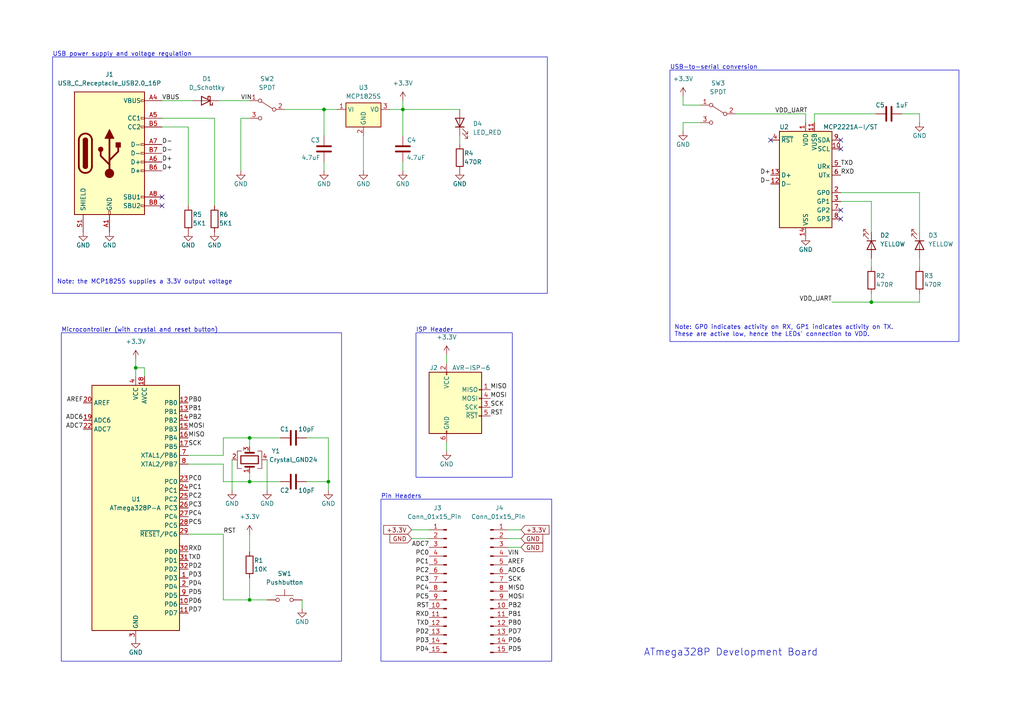
<source format=kicad_sch>
(kicad_sch (version 20230121) (generator eeschema)
  (paper "A4")
  (lib_symbols
    (symbol "Connector:AVR-ISP-6" (pin_names (offset 1.016))
      (property "Reference" "J" (at -6.35 11.43 0))
      (property "Value" "AVR-ISP-6" (at 0 11.43 0))
      (symbol "AVR-ISP-6_0_1"
        (rectangle (start -2.667 -6.858) (end -2.413 -7.62))
        (rectangle (start -2.667 10.16) (end -2.413 9.398))
        (rectangle (start 7.62 -2.413) (end 6.858 -2.667))
        (rectangle (start 7.62 0.127) (end 6.858 -0.127))
        (rectangle (start 7.62 2.667) (end 6.858 2.413))
        (rectangle (start 7.62 5.207) (end 6.858 4.953))
        (rectangle (start 7.62 10.16) (end -7.62 -7.62) (stroke (width 0.254)) (fill (type background)))
      )
      (symbol "AVR-ISP-6_1_1"
        (pin passive line (at 10.16 5.08 180) (length 2.54) (name "MISO") (number "1"))
        (pin passive line (at -2.54 12.7 270) (length 2.54) (name "VCC") (number "2"))
        (pin passive line (at 10.16 0 180) (length 2.54) (name "SCK") (number "3"))
        (pin passive line (at 10.16 2.54 180) (length 2.54) (name "MOSI") (number "4"))
        (pin passive line (at 10.16 -2.54 180) (length 2.54) (name "~{RST}") (number "5"))
        (pin passive line (at -2.54 -10.16 90) (length 2.54) (name "GND") (number "6"))
      )
    )
    (symbol "Connector:Conn_01x15_Pin" (pin_names (offset 1.016) hide)
      (property "Reference" "J" (at 0 20.32 0))
      (property "Value" "Conn_01x15_Pin" (at 0 -20.32 0))
      (symbol "Conn_01x15_Pin_1_1"
        (polyline (pts (xy 1.27 -17.78) (xy 0.8636 -17.78)) (stroke (width 0.1524)))
        (polyline (pts (xy 1.27 -15.24) (xy 0.8636 -15.24)) (stroke (width 0.1524)))
        (polyline (pts (xy 1.27 -12.7) (xy 0.8636 -12.7)) (stroke (width 0.1524)))
        (polyline (pts (xy 1.27 -10.16) (xy 0.8636 -10.16)) (stroke (width 0.1524)))
        (polyline (pts (xy 1.27 -7.62) (xy 0.8636 -7.62)) (stroke (width 0.1524)))
        (polyline (pts (xy 1.27 -5.08) (xy 0.8636 -5.08)) (stroke (width 0.1524)))
        (polyline (pts (xy 1.27 -2.54) (xy 0.8636 -2.54)) (stroke (width 0.1524)))
        (polyline (pts (xy 1.27 0) (xy 0.8636 0)) (stroke (width 0.1524)))
        (polyline (pts (xy 1.27 2.54) (xy 0.8636 2.54)) (stroke (width 0.1524)))
        (polyline (pts (xy 1.27 5.08) (xy 0.8636 5.08)) (stroke (width 0.1524)))
        (polyline (pts (xy 1.27 7.62) (xy 0.8636 7.62)) (stroke (width 0.1524)))
        (polyline (pts (xy 1.27 10.16) (xy 0.8636 10.16)) (stroke (width 0.1524)))
        (polyline (pts (xy 1.27 12.7) (xy 0.8636 12.7)) (stroke (width 0.1524)))
        (polyline (pts (xy 1.27 15.24) (xy 0.8636 15.24)) (stroke (width 0.1524)))
        (polyline (pts (xy 1.27 17.78) (xy 0.8636 17.78)) (stroke (width 0.1524)))
        (rectangle (start 0.8636 -17.653) (end 0 -17.907) (stroke (width 0.1524)) (fill (type outline)))
        (rectangle (start 0.8636 -15.113) (end 0 -15.367) (stroke (width 0.1524)) (fill (type outline)))
        (rectangle (start 0.8636 -12.573) (end 0 -12.827) (stroke (width 0.1524)) (fill (type outline)))
        (rectangle (start 0.8636 -10.033) (end 0 -10.287) (stroke (width 0.1524)) (fill (type outline)))
        (rectangle (start 0.8636 -7.493) (end 0 -7.747) (stroke (width 0.1524)) (fill (type outline)))
        (rectangle (start 0.8636 -4.953) (end 0 -5.207) (stroke (width 0.1524)) (fill (type outline)))
        (rectangle (start 0.8636 -2.413) (end 0 -2.667) (stroke (width 0.1524)) (fill (type outline)))
        (rectangle (start 0.8636 0.127) (end 0 -0.127) (stroke (width 0.1524)) (fill (type outline)))
        (rectangle (start 0.8636 2.667) (end 0 2.413) (stroke (width 0.1524)) (fill (type outline)))
        (rectangle (start 0.8636 5.207) (end 0 4.953) (stroke (width 0.1524)) (fill (type outline)))
        (rectangle (start 0.8636 7.747) (end 0 7.493) (stroke (width 0.1524)) (fill (type outline)))
        (rectangle (start 0.8636 10.287) (end 0 10.033) (stroke (width 0.1524)) (fill (type outline)))
        (rectangle (start 0.8636 12.827) (end 0 12.573) (stroke (width 0.1524)) (fill (type outline)))
        (rectangle (start 0.8636 15.367) (end 0 15.113) (stroke (width 0.1524)) (fill (type outline)))
        (rectangle (start 0.8636 17.907) (end 0 17.653) (stroke (width 0.1524)) (fill (type outline)))
        (pin passive line (at 5.08 17.78 180) (length 3.81) (name "Pin_1") (number "1"))
        (pin passive line (at 5.08 -5.08 180) (length 3.81) (name "Pin_10") (number "10"))
        (pin passive line (at 5.08 -7.62 180) (length 3.81) (name "Pin_11") (number "11"))
        (pin passive line (at 5.08 -10.16 180) (length 3.81) (name "Pin_12") (number "12"))
        (pin passive line (at 5.08 -12.7 180) (length 3.81) (name "Pin_13") (number "13"))
        (pin passive line (at 5.08 -15.24 180) (length 3.81) (name "Pin_14") (number "14"))
        (pin passive line (at 5.08 -17.78 180) (length 3.81) (name "Pin_15") (number "15"))
        (pin passive line (at 5.08 15.24 180) (length 3.81) (name "Pin_2") (number "2"))
        (pin passive line (at 5.08 12.7 180) (length 3.81) (name "Pin_3") (number "3"))
        (pin passive line (at 5.08 10.16 180) (length 3.81) (name "Pin_4") (number "4"))
        (pin passive line (at 5.08 7.62 180) (length 3.81) (name "Pin_5") (number "5"))
        (pin passive line (at 5.08 5.08 180) (length 3.81) (name "Pin_6") (number "6"))
        (pin passive line (at 5.08 2.54 180) (length 3.81) (name "Pin_7") (number "7"))
        (pin passive line (at 5.08 0 180) (length 3.81) (name "Pin_8") (number "8"))
        (pin passive line (at 5.08 -2.54 180) (length 3.81) (name "Pin_9") (number "9"))
      )
    )
    (symbol "Connector:USB_C_Receptacle_USB2.0_16P" (pin_names (offset 1.016))
      (property "Reference" "J" (at 0 22.225 0))
      (property "Value" "USB_C_Receptacle_USB2.0_16P" (at 0 19.685 0))
      (symbol "USB_C_Receptacle_USB2.0_16P_0_0"
        (rectangle (start -0.254 -17.78) (end 0.254 -16.764))
        (rectangle (start 10.16 -14.986) (end 9.144 -15.494))
        (rectangle (start 10.16 -12.446) (end 9.144 -12.954))
        (rectangle (start 10.16 -4.826) (end 9.144 -5.334))
        (rectangle (start 10.16 -2.286) (end 9.144 -2.794))
        (rectangle (start 10.16 0.254) (end 9.144 -0.254))
        (rectangle (start 10.16 2.794) (end 9.144 2.286))
        (rectangle (start 10.16 7.874) (end 9.144 7.366))
        (rectangle (start 10.16 10.414) (end 9.144 9.906))
        (rectangle (start 10.16 15.494) (end 9.144 14.986))
      )
      (symbol "USB_C_Receptacle_USB2.0_16P_0_1"
        (rectangle (start -10.16 17.78) (end 10.16 -17.78) (stroke (width 0.254)) (fill (type background)))
        (arc (start -8.89 -3.81) (mid -6.985 -5.7067) (end -5.08 -3.81) (stroke (width 0.508)))
        (arc (start -7.62 -3.81) (mid -6.985 -4.4423) (end -6.35 -3.81) (stroke (width 0.254)))
        (arc (start -7.62 -3.81) (mid -6.985 -4.4423) (end -6.35 -3.81) (stroke (width 0.254)) (fill (type outline)))
        (rectangle (start -7.62 -3.81) (end -6.35 3.81) (stroke (width 0.254)) (fill (type outline)))
        (arc (start -6.35 3.81) (mid -6.985 4.4423) (end -7.62 3.81) (stroke (width 0.254)))
        (arc (start -6.35 3.81) (mid -6.985 4.4423) (end -7.62 3.81) (stroke (width 0.254)) (fill (type outline)))
        (arc (start -5.08 3.81) (mid -6.985 5.7067) (end -8.89 3.81) (stroke (width 0.508)))
        (circle (center -2.54 1.143) (radius 0.635) (stroke (width 0.254)) (fill (type outline)))
        (circle (center 0 -5.842) (radius 1.27) (fill (type outline)))
        (polyline (pts (xy -8.89 -3.81) (xy -8.89 3.81)) (stroke (width 0.508)))
        (polyline (pts (xy -5.08 3.81) (xy -5.08 -3.81)) (stroke (width 0.508)))
        (polyline (pts (xy 0 -5.842) (xy 0 4.318)) (stroke (width 0.508)))
        (polyline (pts (xy 0 -3.302) (xy -2.54 -0.762) (xy -2.54 0.508)) (stroke (width 0.508)))
        (polyline (pts (xy 0 -2.032) (xy 2.54 0.508) (xy 2.54 1.778)) (stroke (width 0.508)))
        (polyline (pts (xy -1.27 4.318) (xy 0 6.858) (xy 1.27 4.318) (xy -1.27 4.318)) (stroke (width 0.254)) (fill (type outline)))
        (rectangle (start 1.905 1.778) (end 3.175 3.048) (stroke (width 0.254)) (fill (type outline)))
      )
      (symbol "USB_C_Receptacle_USB2.0_16P_1_1"
        (pin passive line (at 0 -22.86 90) (length 5.08) (name "GND") (number "A1"))
        (pin passive line (at 0 -22.86 90) (length 5.08) hide (name "GND") (number "A12"))
        (pin passive line (at 15.24 15.24 180) (length 5.08) (name "VBUS") (number "A4"))
        (pin bidirectional line (at 15.24 10.16 180) (length 5.08) (name "CC1") (number "A5"))
        (pin bidirectional line (at 15.24 -2.54 180) (length 5.08) (name "D+") (number "A6"))
        (pin bidirectional line (at 15.24 2.54 180) (length 5.08) (name "D-") (number "A7"))
        (pin bidirectional line (at 15.24 -12.7 180) (length 5.08) (name "SBU1") (number "A8"))
        (pin passive line (at 15.24 15.24 180) (length 5.08) hide (name "VBUS") (number "A9"))
        (pin passive line (at 0 -22.86 90) (length 5.08) hide (name "GND") (number "B1"))
        (pin passive line (at 0 -22.86 90) (length 5.08) hide (name "GND") (number "B12"))
        (pin passive line (at 15.24 15.24 180) (length 5.08) hide (name "VBUS") (number "B4"))
        (pin bidirectional line (at 15.24 7.62 180) (length 5.08) (name "CC2") (number "B5"))
        (pin bidirectional line (at 15.24 -5.08 180) (length 5.08) (name "D+") (number "B6"))
        (pin bidirectional line (at 15.24 0 180) (length 5.08) (name "D-") (number "B7"))
        (pin bidirectional line (at 15.24 -15.24 180) (length 5.08) (name "SBU2") (number "B8"))
        (pin passive line (at 15.24 15.24 180) (length 5.08) hide (name "VBUS") (number "B9"))
        (pin passive line (at -7.62 -22.86 90) (length 5.08) (name "SHIELD") (number "S1"))
      )
    )
    (symbol "Device:C" (pin_numbers hide) (pin_names (offset 0.254))
      (property "Reference" "C" (at 0.635 2.54 0))
      (property "Value" "C" (at 0.635 -2.54 0))
      (symbol "C_0_1"
        (polyline (pts (xy -2.032 -0.762) (xy 2.032 -0.762)) (stroke (width 0.508)))
        (polyline (pts (xy -2.032 0.762) (xy 2.032 0.762)) (stroke (width 0.508)))
      )
      (symbol "C_1_1"
        (pin passive line (at 0 3.81 270) (length 2.794) (name "~") (number "1"))
        (pin passive line (at 0 -3.81 90) (length 2.794) (name "~") (number "2"))
      )
    )
    (symbol "Device:Crystal_GND24" (pin_names (offset 1.016) hide)
      (property "Reference" "Y" (at 3.175 5.08 0))
      (property "Value" "Crystal_GND24" (at 3.175 3.175 0))
      (symbol "Crystal_GND24_0_1"
        (rectangle (start -1.143 2.54) (end 1.143 -2.54) (stroke (width 0.3048)))
        (polyline (pts (xy -2.54 0) (xy -2.032 0)))
        (polyline (pts (xy -2.032 -1.27) (xy -2.032 1.27)) (stroke (width 0.508)))
        (polyline (pts (xy 0 -3.81) (xy 0 -3.556)))
        (polyline (pts (xy 0 3.556) (xy 0 3.81)))
        (polyline (pts (xy 2.032 -1.27) (xy 2.032 1.27)) (stroke (width 0.508)))
        (polyline (pts (xy 2.032 0) (xy 2.54 0)))
        (polyline (pts (xy -2.54 -2.286) (xy -2.54 -3.556) (xy 2.54 -3.556) (xy 2.54 -2.286)))
        (polyline (pts (xy -2.54 2.286) (xy -2.54 3.556) (xy 2.54 3.556) (xy 2.54 2.286)))
      )
      (symbol "Crystal_GND24_1_1"
        (pin passive line (at -3.81 0 0) (length 1.27) (name "1") (number "1"))
        (pin passive line (at 0 5.08 270) (length 1.27) (name "2") (number "2"))
        (pin passive line (at 3.81 0 180) (length 1.27) (name "3") (number "3"))
        (pin passive line (at 0 -5.08 90) (length 1.27) (name "4") (number "4"))
      )
    )
    (symbol "Device:D_Schottky" (pin_numbers hide) (pin_names (offset 1.016) hide)
      (property "Reference" "D" (at 0 2.54 0))
      (property "Value" "D_Schottky" (at 0 -2.54 0))
      (symbol "D_Schottky_0_1"
        (polyline (pts (xy 1.27 0) (xy -1.27 0)))
        (polyline (pts (xy 1.27 1.27) (xy 1.27 -1.27) (xy -1.27 0) (xy 1.27 1.27)) (stroke (width 0.254)))
        (polyline (pts (xy -1.905 0.635) (xy -1.905 1.27) (xy -1.27 1.27) (xy -1.27 -1.27) (xy -0.635 -1.27) (xy -0.635 -0.635)) (stroke (width 0.254)))
      )
      (symbol "D_Schottky_1_1"
        (pin passive line (at -3.81 0 0) (length 2.54) (name "K") (number "1"))
        (pin passive line (at 3.81 0 180) (length 2.54) (name "A") (number "2"))
      )
    )
    (symbol "Device:LED" (pin_numbers hide) (pin_names (offset 1.016) hide)
      (property "Reference" "D" (at 0 2.54 0))
      (property "Value" "LED" (at 0 -2.54 0))
      (symbol "LED_0_1"
        (polyline (pts (xy -1.27 -1.27) (xy -1.27 1.27)) (stroke (width 0.254)))
        (polyline (pts (xy -1.27 0) (xy 1.27 0)))
        (polyline (pts (xy 1.27 -1.27) (xy 1.27 1.27) (xy -1.27 0) (xy 1.27 -1.27)) (stroke (width 0.254)))
        (polyline (pts (xy -3.048 -0.762) (xy -4.572 -2.286) (xy -3.81 -2.286) (xy -4.572 -2.286) (xy -4.572 -1.524)))
        (polyline (pts (xy -1.778 -0.762) (xy -3.302 -2.286) (xy -2.54 -2.286) (xy -3.302 -2.286) (xy -3.302 -1.524)))
      )
      (symbol "LED_1_1"
        (pin passive line (at -3.81 0 0) (length 2.54) (name "K") (number "1"))
        (pin passive line (at 3.81 0 180) (length 2.54) (name "A") (number "2"))
      )
    )
    (symbol "Device:R" (pin_numbers hide) (pin_names (offset 0))
      (property "Reference" "R" (at 2.032 0 90))
      (property "Value" "R" (at 0 0 90))
      (symbol "R_0_1"
        (rectangle (start -1.016 -2.54) (end 1.016 2.54) (stroke (width 0.254)))
      )
      (symbol "R_1_1"
        (pin passive line (at 0 3.81 270) (length 1.27) (name "~") (number "1"))
        (pin passive line (at 0 -3.81 90) (length 1.27) (name "~") (number "2"))
      )
    )
    (symbol "Interface_USB:MCP2221AxST"
      (property "Reference" "U" (at -7.62 16.51 0))
      (property "Value" "MCP2221AxST" (at 12.7 16.51 0))
      (symbol "MCP2221AxST_0_1"
        (rectangle (start -7.62 15.24) (end 7.62 -12.7) (stroke (width 0.254)) (fill (type background)))
      )
      (symbol "MCP2221AxST_1_1"
        (pin power_in line (at 0 17.78 270) (length 2.54) (name "VDD") (number "1"))
        (pin bidirectional line (at 10.16 10.16 180) (length 2.54) (name "SCL") (number "10"))
        (pin passive line (at 2.54 17.78 270) (length 2.54) (name "VUSB") (number "11"))
        (pin bidirectional line (at -10.16 0 0) (length 2.54) (name "D-") (number "12"))
        (pin bidirectional line (at -10.16 2.54 0) (length 2.54) (name "D+") (number "13"))
        (pin power_in line (at 0 -15.24 90) (length 2.54) (name "VSS") (number "14"))
        (pin bidirectional line (at 10.16 -2.54 180) (length 2.54) (name "GP0") (number "2"))
        (pin bidirectional line (at 10.16 -5.08 180) (length 2.54) (name "GP1") (number "3"))
        (pin input line (at -10.16 12.7 0) (length 2.54) (name "~{RST}") (number "4"))
        (pin input line (at 10.16 5.08 180) (length 2.54) (name "URx") (number "5"))
        (pin output line (at 10.16 2.54 180) (length 2.54) (name "UTx") (number "6"))
        (pin bidirectional line (at 10.16 -7.62 180) (length 2.54) (name "GP2") (number "7"))
        (pin bidirectional line (at 10.16 -10.16 180) (length 2.54) (name "GP3") (number "8"))
        (pin bidirectional line (at 10.16 12.7 180) (length 2.54) (name "SDA") (number "9"))
      )
    )
    (symbol "MCU_Microchip_ATmega:ATmega328P-A"
      (property "Reference" "U" (at -12.7 36.83 0))
      (property "Value" "ATmega328P-A" (at 2.54 -36.83 0))
      (symbol "ATmega328P-A_0_1"
        (rectangle (start -12.7 -35.56) (end 12.7 35.56) (stroke (width 0.254)) (fill (type background)))
      )
      (symbol "ATmega328P-A_1_1"
        (pin bidirectional line (at 15.24 -20.32 180) (length 2.54) (name "PD3") (number "1"))
        (pin bidirectional line (at 15.24 -27.94 180) (length 2.54) (name "PD6") (number "10"))
        (pin bidirectional line (at 15.24 -30.48 180) (length 2.54) (name "PD7") (number "11"))
        (pin bidirectional line (at 15.24 30.48 180) (length 2.54) (name "PB0") (number "12"))
        (pin bidirectional line (at 15.24 27.94 180) (length 2.54) (name "PB1") (number "13"))
        (pin bidirectional line (at 15.24 25.4 180) (length 2.54) (name "PB2") (number "14"))
        (pin bidirectional line (at 15.24 22.86 180) (length 2.54) (name "PB3") (number "15"))
        (pin bidirectional line (at 15.24 20.32 180) (length 2.54) (name "PB4") (number "16"))
        (pin bidirectional line (at 15.24 17.78 180) (length 2.54) (name "PB5") (number "17"))
        (pin power_in line (at 2.54 38.1 270) (length 2.54) (name "AVCC") (number "18"))
        (pin input line (at -15.24 25.4 0) (length 2.54) (name "ADC6") (number "19"))
        (pin bidirectional line (at 15.24 -22.86 180) (length 2.54) (name "PD4") (number "2"))
        (pin passive line (at -15.24 30.48 0) (length 2.54) (name "AREF") (number "20"))
        (pin passive line (at 0 -38.1 90) (length 2.54) hide (name "GND") (number "21"))
        (pin input line (at -15.24 22.86 0) (length 2.54) (name "ADC7") (number "22"))
        (pin bidirectional line (at 15.24 7.62 180) (length 2.54) (name "PC0") (number "23"))
        (pin bidirectional line (at 15.24 5.08 180) (length 2.54) (name "PC1") (number "24"))
        (pin bidirectional line (at 15.24 2.54 180) (length 2.54) (name "PC2") (number "25"))
        (pin bidirectional line (at 15.24 0 180) (length 2.54) (name "PC3") (number "26"))
        (pin bidirectional line (at 15.24 -2.54 180) (length 2.54) (name "PC4") (number "27"))
        (pin bidirectional line (at 15.24 -5.08 180) (length 2.54) (name "PC5") (number "28"))
        (pin bidirectional line (at 15.24 -7.62 180) (length 2.54) (name "~{RESET}/PC6") (number "29"))
        (pin power_in line (at 0 -38.1 90) (length 2.54) (name "GND") (number "3"))
        (pin bidirectional line (at 15.24 -12.7 180) (length 2.54) (name "PD0") (number "30"))
        (pin bidirectional line (at 15.24 -15.24 180) (length 2.54) (name "PD1") (number "31"))
        (pin bidirectional line (at 15.24 -17.78 180) (length 2.54) (name "PD2") (number "32"))
        (pin power_in line (at 0 38.1 270) (length 2.54) (name "VCC") (number "4"))
        (pin passive line (at 0 -38.1 90) (length 2.54) hide (name "GND") (number "5"))
        (pin passive line (at 0 38.1 270) (length 2.54) hide (name "VCC") (number "6"))
        (pin bidirectional line (at 15.24 15.24 180) (length 2.54) (name "XTAL1/PB6") (number "7"))
        (pin bidirectional line (at 15.24 12.7 180) (length 2.54) (name "XTAL2/PB7") (number "8"))
        (pin bidirectional line (at 15.24 -25.4 180) (length 2.54) (name "PD5") (number "9"))
      )
    )
    (symbol "Regulator_Linear:MCP1825S"
      (property "Reference" "U" (at -3.81 3.175 0))
      (property "Value" "MCP1825S" (at 0 3.175 0))
      (symbol "MCP1825S_0_1"
        (rectangle (start -5.08 1.905) (end 5.08 -5.08) (stroke (width 0.254)) (fill (type background)))
      )
      (symbol "MCP1825S_1_1"
        (pin power_in line (at -7.62 0 0) (length 2.54) (name "VI") (number "1"))
        (pin power_in line (at 0 -7.62 90) (length 2.54) (name "GND") (number "2"))
        (pin power_out line (at 7.62 0 180) (length 2.54) (name "VO") (number "3"))
      )
    )
    (symbol "Switch:SW_Push" (pin_numbers hide) (pin_names (offset 1.016) hide)
      (property "Reference" "SW" (at 1.27 2.54 0))
      (property "Value" "SW_Push" (at 0 -1.524 0))
      (symbol "SW_Push_0_1"
        (circle (center -2.032 0) (radius 0.508))
        (polyline (pts (xy 0 1.27) (xy 0 3.048)))
        (polyline (pts (xy 2.54 1.27) (xy -2.54 1.27)))
        (circle (center 2.032 0) (radius 0.508))
        (pin passive line (at -5.08 0 0) (length 2.54) (name "1") (number "1"))
        (pin passive line (at 5.08 0 180) (length 2.54) (name "2") (number "2"))
      )
    )
    (symbol "Switch:SW_SPDT" (pin_names (offset 0) hide)
      (property "Reference" "SW" (at 0 4.318 0))
      (property "Value" "SW_SPDT" (at 0 -5.08 0))
      (symbol "SW_SPDT_0_0"
        (circle (center -2.032 0) (radius 0.508))
        (circle (center 2.032 -2.54) (radius 0.508))
      )
      (symbol "SW_SPDT_0_1"
        (polyline (pts (xy -1.524 0.254) (xy 1.651 2.286)))
        (circle (center 2.032 2.54) (radius 0.508))
      )
      (symbol "SW_SPDT_1_1"
        (pin passive line (at 5.08 2.54 180) (length 2.54) (name "A") (number "1"))
        (pin passive line (at -5.08 0 0) (length 2.54) (name "B") (number "2"))
        (pin passive line (at 5.08 -2.54 180) (length 2.54) (name "C") (number "3"))
      )
    )
    (symbol "power:+3.3V" (power) (pin_names (offset 0))
      (property "Value" "+3.3V" (at 0 3.556 0))
      (symbol "+3.3V_0_1"
        (polyline (pts (xy -0.762 1.27) (xy 0 2.54)))
        (polyline (pts (xy 0 0) (xy 0 2.54)))
        (polyline (pts (xy 0 2.54) (xy 0.762 1.27)))
      )
      (symbol "+3.3V_1_1"
        (pin power_in line (at 0 0 90) (length 0) hide (name "+3.3V") (number "1"))
      )
    )
    (symbol "power:GND" (power) (pin_names (offset 0))
      (property "Value" "GND" (at 0 -3.81 0))
      (symbol "GND_0_1"
        (polyline (pts (xy 0 0) (xy 0 -1.27) (xy 1.27 -1.27) (xy 0 -2.54) (xy -1.27 -1.27) (xy 0 -1.27)))
      )
      (symbol "GND_1_1"
        (pin power_in line (at 0 0 270) (length 0) hide (name "GND") (number "1"))
      )
    )
  )
  (junction (at 252.73 87.63))
  (junction (at 93.98 31.75))
  (junction (at 72.39 173.99))
  (junction (at 39.37 106.68))
  (junction (at 116.84 31.75))
  (junction (at 72.39 127))
  (junction (at 95.25 139.7))
  (junction (at 72.39 139.7))
  (no_connect (at 243.84 60.96))
  (no_connect (at 243.84 43.18))
  (no_connect (at 223.52 40.64))
  (no_connect (at 46.99 59.69))
  (no_connect (at 46.99 57.15))
  (no_connect (at 243.84 40.64))
  (no_connect (at 243.84 63.5))
  (wire (pts (xy 243.84 58.42) (xy 252.73 58.42)))
  (wire (pts (xy 41.91 106.68) (xy 41.91 109.22)))
  (wire (pts (xy 198.12 27.94) (xy 198.12 30.48)))
  (wire (pts (xy 198.12 35.56) (xy 198.12 38.1)))
  (wire (pts (xy 203.2 35.56) (xy 198.12 35.56)))
  (wire (pts (xy 116.84 31.75) (xy 116.84 39.37)))
  (wire (pts (xy 252.73 85.09) (xy 252.73 87.63)))
  (wire (pts (xy 64.77 127) (xy 72.39 127)))
  (wire (pts (xy 46.99 29.21) (xy 55.88 29.21)))
  (wire (pts (xy 69.85 34.29) (xy 72.39 34.29)))
  (wire (pts (xy 77.47 133.35) (xy 77.47 142.24)))
  (wire (pts (xy 95.25 127) (xy 88.9 127)))
  (wire (pts (xy 266.7 33.02) (xy 266.7 35.56)))
  (wire (pts (xy 266.7 85.09) (xy 266.7 87.63)))
  (wire (pts (xy 87.63 173.99) (xy 87.63 176.53)))
  (wire (pts (xy 69.85 49.53) (xy 69.85 34.29)))
  (wire (pts (xy 113.03 31.75) (xy 116.84 31.75)))
  (wire (pts (xy 54.61 132.08) (xy 64.77 132.08)))
  (wire (pts (xy 241.3 87.63) (xy 252.73 87.63)))
  (wire (pts (xy 88.9 139.7) (xy 95.25 139.7)))
  (wire (pts (xy 243.84 55.88) (xy 266.7 55.88)))
  (wire (pts (xy 39.37 106.68) (xy 41.91 106.68)))
  (wire (pts (xy 116.84 46.99) (xy 116.84 49.53)))
  (wire (pts (xy 54.61 36.83) (xy 54.61 59.69)))
  (wire (pts (xy 64.77 139.7) (xy 72.39 139.7)))
  (wire (pts (xy 119.38 156.21) (xy 124.46 156.21)))
  (wire (pts (xy 64.77 139.7) (xy 64.77 134.62)))
  (wire (pts (xy 72.39 167.64) (xy 72.39 173.99)))
  (wire (pts (xy 116.84 31.75) (xy 133.35 31.75)))
  (wire (pts (xy 261.62 33.02) (xy 266.7 33.02)))
  (wire (pts (xy 93.98 46.99) (xy 93.98 49.53)))
  (wire (pts (xy 72.39 139.7) (xy 81.28 139.7)))
  (wire (pts (xy 151.13 156.21) (xy 147.32 156.21)))
  (wire (pts (xy 151.13 158.75) (xy 147.32 158.75)))
  (wire (pts (xy 252.73 74.93) (xy 252.73 77.47)))
  (wire (pts (xy 266.7 74.93) (xy 266.7 77.47)))
  (wire (pts (xy 93.98 31.75) (xy 93.98 39.37)))
  (wire (pts (xy 46.99 36.83) (xy 54.61 36.83)))
  (wire (pts (xy 116.84 29.21) (xy 116.84 31.75)))
  (wire (pts (xy 64.77 154.94) (xy 64.77 173.99)))
  (wire (pts (xy 252.73 58.42) (xy 252.73 67.31)))
  (wire (pts (xy 233.68 33.02) (xy 233.68 35.56)))
  (wire (pts (xy 63.5 29.21) (xy 72.39 29.21)))
  (wire (pts (xy 93.98 31.75) (xy 97.79 31.75)))
  (wire (pts (xy 39.37 109.22) (xy 39.37 106.68)))
  (wire (pts (xy 213.36 33.02) (xy 233.68 33.02)))
  (wire (pts (xy 72.39 173.99) (xy 77.47 173.99)))
  (wire (pts (xy 64.77 132.08) (xy 64.77 127)))
  (wire (pts (xy 151.13 153.67) (xy 147.32 153.67)))
  (wire (pts (xy 252.73 87.63) (xy 266.7 87.63)))
  (wire (pts (xy 236.22 33.02) (xy 254 33.02)))
  (wire (pts (xy 64.77 173.99) (xy 72.39 173.99)))
  (wire (pts (xy 54.61 134.62) (xy 64.77 134.62)))
  (wire (pts (xy 105.41 39.37) (xy 105.41 49.53)))
  (wire (pts (xy 133.35 39.37) (xy 133.35 41.91)))
  (wire (pts (xy 39.37 104.14) (xy 39.37 106.68)))
  (wire (pts (xy 54.61 154.94) (xy 64.77 154.94)))
  (wire (pts (xy 46.99 34.29) (xy 62.23 34.29)))
  (wire (pts (xy 67.31 133.35) (xy 67.31 142.24)))
  (wire (pts (xy 236.22 35.56) (xy 236.22 33.02)))
  (wire (pts (xy 198.12 30.48) (xy 203.2 30.48)))
  (wire (pts (xy 129.54 128.27) (xy 129.54 130.81)))
  (wire (pts (xy 95.25 127) (xy 95.25 139.7)))
  (wire (pts (xy 95.25 142.24) (xy 95.25 139.7)))
  (wire (pts (xy 82.55 31.75) (xy 93.98 31.75)))
  (wire (pts (xy 129.54 102.87) (xy 129.54 105.41)))
  (wire (pts (xy 72.39 137.16) (xy 72.39 139.7)))
  (wire (pts (xy 119.38 153.67) (xy 124.46 153.67)))
  (wire (pts (xy 72.39 127) (xy 81.28 127)))
  (wire (pts (xy 72.39 154.94) (xy 72.39 160.02)))
  (wire (pts (xy 266.7 55.88) (xy 266.7 67.31)))
  (wire (pts (xy 62.23 34.29) (xy 62.23 59.69)))
  (wire (pts (xy 72.39 127) (xy 72.39 129.54)))
  (rectangle (start 120.65 96.52) (end 148.59 138.43))
  (rectangle (start 110.49 144.78) (end 160.02 191.77))
  (rectangle (start 194.31 20.32) (end 278.13 99.06))
  (rectangle (start 15.24 16.51) (end 158.75 85.09))
  (rectangle (start 17.78 96.52) (end 99.06 191.77))
  (text "ISP Header" (at 120.65 96.52 0) (effects (font (size 1.27 1.27)) (justify left bottom)))
  (text "Pin Headers" (at 110.49 144.78 0) (effects (font (size 1.27 1.27)) (justify left bottom)))
  (text "USB-to-serial conversion" (at 194.31 20.32 0) (effects (font (size 1.27 1.27)) (justify left bottom)))
  (text "ATmega328P Development Board" (at 186.69 190.5 0) (effects (font (size 2.032 2.032)) (justify left bottom)))
  (text "Note: the MCP1825S supplies a 3.3V output voltage" (at 16.51 82.55 0) (effects (font (size 1.27 1.27)) (justify left bottom)))
  (text "Microcontroller (with crystal and reset button)" (at 17.78 96.52 0) (effects (font (size 1.27 1.27)) (justify left bottom)))
  (text "Note: GP0 indicates activity on RX, GP1 indicates activity on TX. \nThese are active low, hence the LEDs' connection to VDD." (at 195.58 97.79 0) (effects (font (size 1.27 1.27)) (justify left bottom)))
  (text "USB power supply and voltage regulation" (at 15.24 16.51 0) (effects (font (size 1.27 1.27)) (justify left bottom)))
  (label "VIN" (at 147.32 161.29 0))
  (label "TXD" (at 124.46 181.61 180))
  (label "SCK" (at 142.24 118.11 0))
  (label "RST" (at 124.46 176.53 180))
  (label "PD2" (at 124.46 184.15 180))
  (label "PB1" (at 147.32 179.07 0))
  (label "PC5" (at 124.46 173.99 180))
  (label "MISO" (at 147.32 171.45 0))
  (label "D+" (at 46.99 49.53 0))
  (label "PC1" (at 54.61 142.24 0))
  (label "PD7" (at 147.32 184.15 0))
  (label "PD5" (at 147.32 189.23 0))
  (label "PC4" (at 54.61 149.86 0))
  (label "AREF" (at 147.32 163.83 0))
  (label "PC5" (at 54.61 152.4 0))
  (label "SCK" (at 147.32 168.91 0))
  (label "VDD_UART" (at 241.3 87.63 180))
  (label "RXD" (at 54.61 160.02 0))
  (label "ADC6" (at 147.32 166.37 0))
  (label "PB1" (at 54.61 119.38 0))
  (label "MISO" (at 54.61 127 0))
  (label "D-" (at 46.99 44.45 0))
  (label "PD6" (at 147.32 186.69 0))
  (label "RST" (at 142.24 120.65 0))
  (label "ADC7" (at 124.46 158.75 180))
  (label "D-" (at 46.99 41.91 0))
  (label "TXD" (at 54.61 162.56 0))
  (label "PD7" (at 54.61 177.8 0))
  (label "ADC6" (at 24.13 121.92 180))
  (label "PC3" (at 124.46 168.91 180))
  (label "MISO" (at 142.24 113.03 0))
  (label "PD4" (at 124.46 189.23 180))
  (label "RST" (at 64.77 154.94 0))
  (label "ADC7" (at 24.13 124.46 180))
  (label "PB0" (at 147.32 181.61 0))
  (label "MOSI" (at 54.61 124.46 0))
  (label "PD2" (at 54.61 165.1 0))
  (label "PC3" (at 54.61 147.32 0))
  (label "RXD" (at 243.84 50.8 0))
  (label "PC0" (at 124.46 161.29 180))
  (label "PD3" (at 54.61 167.64 0))
  (label "TXD" (at 243.84 48.26 0))
  (label "PB2" (at 54.61 121.92 0))
  (label "PD5" (at 54.61 172.72 0))
  (label "D+" (at 223.52 50.8 180))
  (label "PB0" (at 54.61 116.84 0))
  (label "PD3" (at 124.46 186.69 180))
  (label "MOSI" (at 142.24 115.57 0))
  (label "AREF" (at 24.13 116.84 180))
  (label "PD6" (at 54.61 175.26 0))
  (label "VDD_UART" (at 224.79 33.02 0))
  (label "PC2" (at 54.61 144.78 0))
  (label "VBUS" (at 46.99 29.21 0))
  (label "PC0" (at 54.61 139.7 0))
  (label "SCK" (at 54.61 129.54 0))
  (label "RXD" (at 124.46 179.07 180))
  (label "PC4" (at 124.46 171.45 180))
  (label "D+" (at 46.99 46.99 0))
  (label "MOSI" (at 147.32 173.99 0))
  (label "PD4" (at 54.61 170.18 0))
  (label "VIN" (at 69.85 29.21 0))
  (label "PC2" (at 124.46 166.37 180))
  (label "PC1" (at 124.46 163.83 180))
  (label "PB2" (at 147.32 176.53 0))
  (label "D-" (at 223.52 53.34 180))
  (global_label "GND" (shape input) (at 151.13 158.75 0) (property "Intersheetrefs" "${INTERSHEET_REFS}" (effects hide)))
  (global_label "GND" (shape input) (at 119.38 156.21 180) (property "Intersheetrefs" "${INTERSHEET_REFS}" (effects hide)))
  (global_label "+3.3V" (shape input) (at 151.13 153.67 0) (property "Intersheetrefs" "${INTERSHEET_REFS}" (effects hide)))
  (global_label "GND" (shape input) (at 151.13 156.21 0) (property "Intersheetrefs" "${INTERSHEET_REFS}" (effects hide)))
  (global_label "+3.3V" (shape input) (at 119.38 153.67 180) (property "Intersheetrefs" "${INTERSHEET_REFS}" (effects hide)))
  (symbol (lib_id "power:GND") (at 31.75 67.31 0) (unit 1)
    (property "Reference" "#PWR020" (effects hide))
    (property "Value" "GND" (at 31.75 71.12 0))
  )
  (symbol (lib_id "power:GND") (at 93.98 49.53 0) (unit 1)
    (property "Reference" "#PWR08" (effects hide))
    (property "Value" "GND" (at 93.98 53.34 0))
  )
  (symbol (lib_id "Connector:Conn_01x15_Pin") (at 142.24 171.45 0) (unit 1)
    (property "Reference" "J4" (at 146.05 147.32 0) (effects (justify right)))
    (property "Value" "Conn_01x15_Pin" (at 152.4 149.86 0) (effects (justify right)))
    (property "Footprint" "Connector_PinHeader_2.54mm:PinHeader_1x15_P2.54mm_Vertical" (effects hide))
  )
  (symbol (lib_id "Connector:Conn_01x15_Pin") (at 129.54 171.45 0) (mirror y) (unit 1)
    (property "Reference" "J3" (at 125.73 147.32 0) (effects (justify right)))
    (property "Value" "Conn_01x15_Pin" (at 118.11 149.86 0) (effects (justify right)))
    (property "Footprint" "Connector_PinHeader_2.54mm:PinHeader_1x15_P2.54mm_Vertical" (effects hide))
  )
  (symbol (lib_id "Switch:SW_Push") (at 82.55 173.99 0) (unit 1)
    (property "Reference" "SW1" (at 82.55 166.37 0))
    (property "Value" "Pushbutton" (at 82.55 168.91 0))
    (property "Footprint" "Button_Switch_SMD:SW_Push_1P1T_NO_CK_KMR2" (effects hide))
  )
  (symbol (lib_id "Regulator_Linear:MCP1825S") (at 105.41 31.75 0) (unit 1)
    (property "Reference" "U3" (at 105.41 25.4 0))
    (property "Value" "MCP1825S" (at 105.41 27.94 0))
    (property "Footprint" "Package_TO_SOT_SMD:SOT-223-3_TabPin2" (effects hide))
    (property "Datasheet" "http://ww1.microchip.com/downloads/en/devicedoc/22056b.pdf" (effects hide))
  )
  (symbol (lib_id "power:+3.3V") (at 129.54 102.87 0) (unit 1)
    (property "Reference" "#PWR016" (effects hide))
    (property "Value" "+3.3V" (at 129.54 97.79 0))
  )
  (symbol (lib_id "power:+3.3V") (at 39.37 104.14 0) (unit 1)
    (property "Reference" "#PWR02" (effects hide))
    (property "Value" "+3.3V" (at 39.37 99.06 0))
  )
  (symbol (lib_id "power:GND") (at 69.85 49.53 0) (unit 1)
    (property "Reference" "#PWR07" (effects hide))
    (property "Value" "GND" (at 69.85 53.34 0))
  )
  (symbol (lib_id "power:GND") (at 198.12 38.1 0) (unit 1)
    (property "Reference" "#PWR013" (effects hide))
    (property "Value" "GND" (at 198.12 41.91 0))
  )
  (symbol (lib_id "power:GND") (at 54.61 67.31 0) (unit 1)
    (property "Reference" "#PWR06" (effects hide))
    (property "Value" "GND" (at 54.61 71.12 0))
  )
  (symbol (lib_id "Device:R") (at 133.35 45.72 0) (unit 1)
    (property "Reference" "R4" (at 134.62 44.45 0) (effects (justify left)))
    (property "Value" "470R" (at 134.62 46.99 0) (effects (justify left)))
    (property "Footprint" "Resistor_SMD:R_0805_2012Metric_Pad1.20x1.40mm_HandSolder" (effects hide))
  )
  (symbol (lib_id "Device:R") (at 54.61 63.5 0) (unit 1)
    (property "Reference" "R5" (at 55.88 62.23 0) (effects (justify left)))
    (property "Value" "5K1" (at 55.88 64.77 0) (effects (justify left)))
    (property "Footprint" "Resistor_SMD:R_0805_2012Metric_Pad1.20x1.40mm_HandSolder" (effects hide))
  )
  (symbol (lib_id "power:GND") (at 67.31 142.24 0) (unit 1)
    (property "Reference" "#PWR023" (effects hide))
    (property "Value" "GND" (at 67.31 146.05 0))
  )
  (symbol (lib_id "power:GND") (at 77.47 142.24 0) (unit 1)
    (property "Reference" "#PWR022" (effects hide))
    (property "Value" "GND" (at 77.47 146.05 0))
  )
  (symbol (lib_id "Switch:SW_SPDT") (at 77.47 31.75 0) (mirror y) (unit 1)
    (property "Reference" "SW2" (at 77.47 22.86 0))
    (property "Value" "SPDT" (at 77.47 25.4 0))
    (property "Footprint" "devboard:slide_switch" (effects hide))
  )
  (symbol (lib_id "power:GND") (at 129.54 130.81 0) (unit 1)
    (property "Reference" "#PWR018" (effects hide))
    (property "Value" "GND" (at 129.54 134.62 0))
  )
  (symbol (lib_id "power:GND") (at 133.35 49.53 0) (unit 1)
    (property "Reference" "#PWR019" (effects hide))
    (property "Value" "GND" (at 133.35 53.34 0))
  )
  (symbol (lib_id "Connector:AVR-ISP-6") (at 132.08 118.11 0) (unit 1)
    (property "Reference" "J2" (at 127 106.68 0) (effects (justify right)))
    (property "Value" "AVR-ISP-6" (at 142.24 106.68 0) (effects (justify right)))
    (property "Footprint" "Connector_PinHeader_2.54mm:PinHeader_2x03_P2.54mm_Vertical" (effects hide))
    (property "Datasheet" " ~" (effects hide))
  )
  (symbol (lib_id "Device:R") (at 252.73 81.28 0) (unit 1)
    (property "Reference" "R2" (at 254 80.01 0) (effects (justify left)))
    (property "Value" "470R" (at 254 82.55 0) (effects (justify left)))
    (property "Footprint" "Resistor_SMD:R_0805_2012Metric_Pad1.20x1.40mm_HandSolder" (effects hide))
  )
  (symbol (lib_id "Switch:SW_SPDT") (at 208.28 33.02 0) (mirror y) (unit 1)
    (property "Reference" "SW3" (at 208.28 24.13 0))
    (property "Value" "SPDT" (at 208.28 26.67 0))
    (property "Footprint" "devboard:slide_switch" (effects hide))
  )
  (symbol (lib_id "Device:R") (at 72.39 163.83 0) (unit 1)
    (property "Reference" "R1" (at 73.66 162.56 0) (effects (justify left)))
    (property "Value" "10K" (at 73.66 165.1 0) (effects (justify left)))
    (property "Footprint" "Resistor_SMD:R_0805_2012Metric_Pad1.20x1.40mm_HandSolder" (effects hide))
  )
  (symbol (lib_id "Device:C") (at 85.09 139.7 270) (unit 1)
    (property "Reference" "C2" (at 82.55 142.24 90))
    (property "Value" "10pF" (at 88.9 142.24 90))
    (property "Footprint" "Capacitor_SMD:C_0805_2012Metric_Pad1.18x1.45mm_HandSolder" (effects hide))
  )
  (symbol (lib_id "power:GND") (at 39.37 185.42 0) (unit 1)
    (property "Reference" "#PWR01" (effects hide))
    (property "Value" "GND" (at 39.37 189.23 0))
  )
  (symbol (lib_id "power:+3.3V") (at 116.84 29.21 0) (unit 1)
    (property "Reference" "#PWR011" (effects hide))
    (property "Value" "+3.3V" (at 116.84 24.13 0))
  )
  (symbol (lib_id "Device:R") (at 266.7 81.28 0) (unit 1)
    (property "Reference" "R3" (at 267.97 80.01 0) (effects (justify left)))
    (property "Value" "470R" (at 267.97 82.55 0) (effects (justify left)))
    (property "Footprint" "Resistor_SMD:R_0805_2012Metric_Pad1.20x1.40mm_HandSolder" (effects hide))
  )
  (symbol (lib_id "power:+3.3V") (at 198.12 27.94 0) (unit 1)
    (property "Reference" "#PWR012" (effects hide))
    (property "Value" "+3.3V" (at 198.12 22.86 0))
  )
  (symbol (lib_id "Device:LED") (at 133.35 35.56 90) (unit 1)
    (property "Reference" "D4" (at 137.16 35.8775 90) (effects (justify right)))
    (property "Value" "LED_RED" (at 137.16 38.4175 90) (effects (justify right)))
    (property "Footprint" "LED_SMD:LED_0805_2012Metric_Pad1.15x1.40mm_HandSolder" (effects hide))
  )
  (symbol (lib_id "Device:D_Schottky") (at 59.69 29.21 180) (unit 1)
    (property "Reference" "D1" (at 60.0075 22.86 0))
    (property "Value" "D_Schottky" (at 60.0075 25.4 0))
    (property "Footprint" "Diode_SMD:D_0805_2012Metric_Pad1.15x1.40mm_HandSolder" (effects hide))
  )
  (symbol (lib_id "power:GND") (at 95.25 142.24 0) (unit 1)
    (property "Reference" "#PWR03" (effects hide))
    (property "Value" "GND" (at 95.25 146.05 0))
  )
  (symbol (lib_id "Interface_USB:MCP2221AxST") (at 233.68 53.34 0) (unit 1)
    (property "Reference" "U2" (at 226.06 36.83 0) (effects (justify left)))
    (property "Value" "MCP2221A-I/ST" (at 238.76 36.83 0) (effects (justify left)))
    (property "Footprint" "Package_SO:TSSOP-14_4.4x5mm_P0.65mm" (effects hide))
    (property "Datasheet" "http://ww1.microchip.com/downloads/en/DeviceDoc/20005565B.pdf" (effects hide))
    (property "Manufacturer" "Microchip" (effects hide))
    (property "Mfr Part #" "MCP2221A-I/ST" (effects hide))
  )
  (symbol (lib_id "Device:C") (at 93.98 43.18 0) (unit 1)
    (property "Reference" "C3" (at 91.44 40.64 0))
    (property "Value" "4.7uF" (at 90.17 45.72 0))
    (property "Footprint" "Capacitor_SMD:C_0805_2012Metric_Pad1.18x1.45mm_HandSolder" (effects hide))
  )
  (symbol (lib_id "Device:C") (at 116.84 43.18 180) (unit 1)
    (property "Reference" "C4" (at 119.38 40.64 0))
    (property "Value" "4.7uF" (at 120.65 45.72 0))
    (property "Footprint" "Capacitor_SMD:C_0805_2012Metric_Pad1.18x1.45mm_HandSolder" (effects hide))
  )
  (symbol (lib_id "Device:LED") (at 252.73 71.12 270) (unit 1)
    (property "Reference" "D2" (at 255.27 68.2625 90) (effects (justify left)))
    (property "Value" "YELLOW" (at 255.27 70.8025 90) (effects (justify left)))
    (property "Footprint" "LED_SMD:LED_0805_2012Metric_Pad1.15x1.40mm_HandSolder" (effects hide))
  )
  (symbol (lib_id "Device:C") (at 257.81 33.02 270) (unit 1)
    (property "Reference" "C5" (at 255.27 30.48 90))
    (property "Value" "1uF" (at 261.62 30.48 90))
    (property "Footprint" "Capacitor_SMD:C_0805_2012Metric_Pad1.18x1.45mm_HandSolder" (effects hide))
    (property "Manufacturer" "KEMET" (effects hide))
    (property "Mfr Part #" "C0805C105K3RACTU " (effects hide))
  )
  (symbol (lib_id "Connector:USB_C_Receptacle_USB2.0_16P") (at 31.75 44.45 0) (unit 1)
    (property "Reference" "J1" (at 31.75 21.59 0))
    (property "Value" "USB_C_Receptacle_USB2.0_16P" (at 31.75 24.13 0))
    (property "Footprint" "Connector_USB:USB_C_Receptacle_GCT_USB4105-xx-A_16P_TopMnt_Horizontal" (effects hide))
    (property "Datasheet" "https://www.usb.org/sites/default/files/documents/usb_type-c.zip" (effects hide))
  )
  (symbol (lib_id "Device:Crystal_GND24") (at 72.39 133.35 90) (unit 1)
    (property "Reference" "Y1" (at 80.01 130.81 90))
    (property "Value" "Crystal_GND24" (at 85.09 133.35 90))
    (property "Footprint" "Crystal:Crystal_SMD_3225-4Pin_3.2x2.5mm_HandSoldering" (effects hide))
  )
  (symbol (lib_id "power:GND") (at 24.13 67.31 0) (unit 1)
    (property "Reference" "#PWR017" (effects hide))
    (property "Value" "GND" (at 24.13 71.12 0))
  )
  (symbol (lib_id "Device:LED") (at 266.7 71.12 270) (unit 1)
    (property "Reference" "D3" (at 269.24 68.2625 90) (effects (justify left)))
    (property "Value" "YELLOW" (at 269.24 70.8025 90) (effects (justify left)))
    (property "Footprint" "LED_SMD:LED_0805_2012Metric_Pad1.15x1.40mm_HandSolder" (effects hide))
  )
  (symbol (lib_id "power:GND") (at 105.41 49.53 0) (unit 1)
    (property "Reference" "#PWR09" (effects hide))
    (property "Value" "GND" (at 105.41 53.34 0))
  )
  (symbol (lib_id "Device:C") (at 85.09 127 270) (unit 1)
    (property "Reference" "C1" (at 82.55 124.46 90))
    (property "Value" "10pF" (at 88.9 124.46 90))
    (property "Footprint" "Capacitor_SMD:C_0805_2012Metric_Pad1.18x1.45mm_HandSolder" (effects hide))
  )
  (symbol (lib_id "power:+3.3V") (at 72.39 154.94 0) (unit 1)
    (property "Reference" "#PWR04" (effects hide))
    (property "Value" "+3.3V" (at 72.39 149.86 0))
  )
  (symbol (lib_id "MCU_Microchip_ATmega:ATmega328P-A") (at 39.37 147.32 0) (unit 1)
    (property "Reference" "U1" (at 38.1 144.78 0) (effects (justify left)))
    (property "Value" "ATmega328P-A" (at 31.75 147.32 0) (effects (justify left)))
    (property "Footprint" "Package_QFP:TQFP-32_7x7mm_P0.8mm" (effects hide))
    (property "Datasheet" "http://ww1.microchip.com/downloads/en/DeviceDoc/ATmega328_P%20AVR%20MCU%20with%20picoPower%20Technology%20Data%20Sheet%2040001984A.pdf" (effects hide))
  )
  (symbol (lib_id "power:GND") (at 62.23 67.31 0) (unit 1)
    (property "Reference" "#PWR021" (effects hide))
    (property "Value" "GND" (at 62.23 71.12 0))
  )
  (symbol (lib_id "power:GND") (at 233.68 68.58 0) (unit 1)
    (property "Reference" "#PWR015" (effects hide))
    (property "Value" "GND" (at 233.68 72.39 0))
  )
  (symbol (lib_id "power:GND") (at 87.63 176.53 0) (unit 1)
    (property "Reference" "#PWR05" (effects hide))
    (property "Value" "GND" (at 87.63 180.34 0))
  )
  (symbol (lib_id "power:GND") (at 116.84 49.53 0) (unit 1)
    (property "Reference" "#PWR010" (effects hide))
    (property "Value" "GND" (at 116.84 53.34 0))
  )
  (symbol (lib_id "Device:R") (at 62.23 63.5 0) (unit 1)
    (property "Reference" "R6" (at 63.5 62.23 0) (effects (justify left)))
    (property "Value" "5K1" (at 63.5 64.77 0) (effects (justify left)))
    (property "Footprint" "Resistor_SMD:R_0805_2012Metric_Pad1.20x1.40mm_HandSolder" (effects hide))
  )
  (symbol (lib_id "power:GND") (at 266.7 35.56 0) (unit 1)
    (property "Reference" "#PWR014" (effects hide))
    (property "Value" "GND" (at 266.7 39.37 0))
  )
)
</source>
